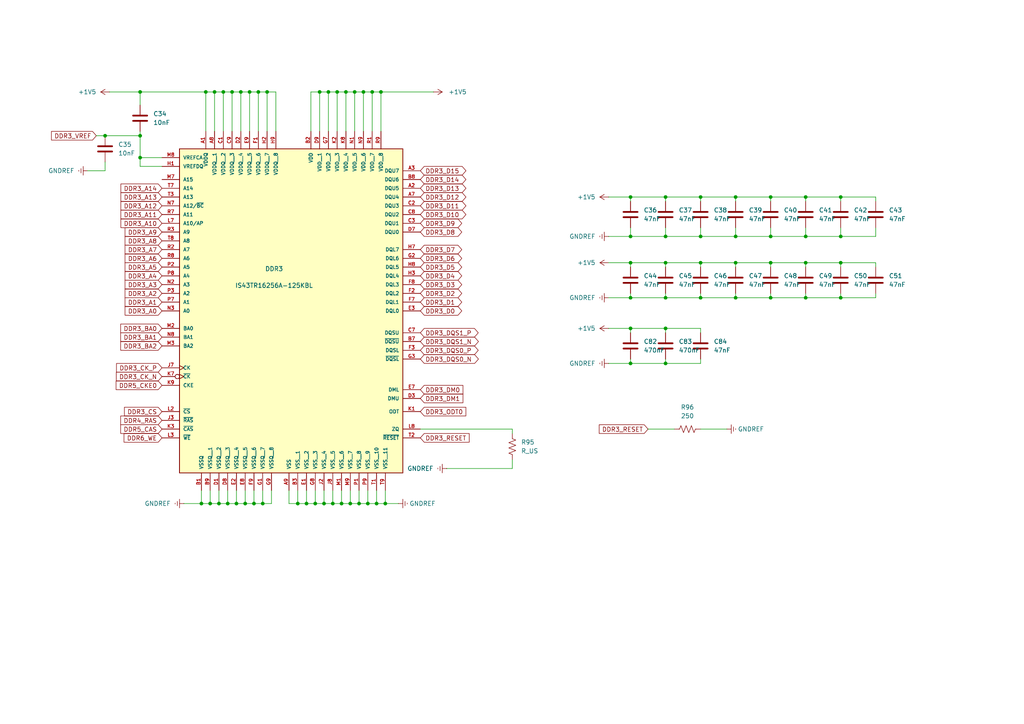
<source format=kicad_sch>
(kicad_sch (version 20231120) (generator "eeschema") (generator_version "8.0")
  (paper "A4")
  (lib_symbols
    (symbol "Device:C" (pin_numbers hide) (pin_names (offset 0.254))
      (property "Reference" "C" (at 0.635 2.54 0))
      (property "Value" "C" (at 0.635 -2.54 0))
      (symbol "C_0_1"
        (polyline (pts (xy -2.032 -0.762) (xy 2.032 -0.762)) (stroke (width 0.508)))
        (polyline (pts (xy -2.032 0.762) (xy 2.032 0.762)) (stroke (width 0.508)))
      )
      (symbol "C_1_1"
        (pin passive line (at 0 3.81 270) (length 2.794) (name "~") (number "1"))
        (pin passive line (at 0 -3.81 90) (length 2.794) (name "~") (number "2"))
      )
    )
    (symbol "Device:R_US" (pin_numbers hide) (pin_names (offset 0))
      (property "Reference" "R" (at 2.54 0 90))
      (property "Value" "R_US" (at -2.54 0 90))
      (symbol "R_US_0_1"
        (polyline (pts (xy 0 -2.286) (xy 0 -2.54)))
        (polyline (pts (xy 0 2.286) (xy 0 2.54)))
        (polyline (pts (xy 0 -0.762) (xy 1.016 -1.143) (xy 0 -1.524) (xy -1.016 -1.905) (xy 0 -2.286)))
        (polyline (pts (xy 0 0.762) (xy 1.016 0.381) (xy 0 0) (xy -1.016 -0.381) (xy 0 -0.762)))
        (polyline (pts (xy 0 2.286) (xy 1.016 1.905) (xy 0 1.524) (xy -1.016 1.143) (xy 0 0.762)))
      )
      (symbol "R_US_1_1"
        (pin passive line (at 0 3.81 270) (length 1.27) (name "~") (number "1"))
        (pin passive line (at 0 -3.81 90) (length 1.27) (name "~") (number "2"))
      )
    )
    (symbol "IS43TR16256A-125KBL:IS43TR16256A-125KBL" (pin_names (offset 1.016))
      (property "Reference" "U21" (at 0.635 45.085 0))
      (property "Value" "IS43TR16256A-125KBL" (at 0 43.18 0))
      (symbol "IS43TR16256A-125KBL_0_0"
        (rectangle (start -26.67 39.37) (end 38.1 -54.61) (stroke (width 0.254)) (fill (type background)))
        (pin power_in line (at -19.05 44.45 270) (length 5.08) (name "VDDQ") (number "A1"))
        (pin bidirectional line (at 43.18 27.94 180) (length 5.08) (name "DQU5") (number "A2"))
        (pin bidirectional line (at 43.18 33.02 180) (length 5.08) (name "DQU7") (number "A3"))
        (pin bidirectional line (at 43.18 25.4 180) (length 5.08) (name "DQU4") (number "A7"))
        (pin power_in line (at -16.51 44.45 270) (length 5.08) (name "VDDQ__1") (number "A8"))
        (pin power_in line (at 5.08 -59.69 90) (length 5.08) (name "VSS") (number "A9"))
        (pin power_in line (at -20.32 -59.69 90) (length 5.08) (name "VSSQ") (number "B1"))
        (pin power_in line (at 11.43 44.45 270) (length 5.08) (name "VDD") (number "B2"))
        (pin power_in line (at 7.62 -59.69 90) (length 5.08) (name "VSS__1") (number "B3"))
        (pin bidirectional line (at 43.18 -16.51 180) (length 5.08) (name "~{DQSU}") (number "B7"))
        (pin bidirectional line (at 43.18 30.48 180) (length 5.08) (name "DQU6") (number "B8"))
        (pin power_in line (at -17.78 -59.69 90) (length 5.08) (name "VSSQ__1") (number "B9"))
        (pin power_in line (at -13.97 44.45 270) (length 5.08) (name "VDDQ__2") (number "C1"))
        (pin bidirectional line (at 43.18 22.86 180) (length 5.08) (name "DQU3") (number "C2"))
        (pin bidirectional line (at 43.18 17.78 180) (length 5.08) (name "DQU1") (number "C3"))
        (pin bidirectional line (at 43.18 -13.97 180) (length 5.08) (name "DQSU") (number "C7"))
        (pin bidirectional line (at 43.18 20.32 180) (length 5.08) (name "DQU2") (number "C8"))
        (pin power_in line (at -11.43 44.45 270) (length 5.08) (name "VDDQ__3") (number "C9"))
        (pin power_in line (at -15.24 -59.69 90) (length 5.08) (name "VSSQ__2") (number "D1"))
        (pin power_in line (at -8.89 44.45 270) (length 5.08) (name "VDDQ__4") (number "D2"))
        (pin input line (at 43.18 -33.02 180) (length 5.08) (name "DMU") (number "D3"))
        (pin bidirectional line (at 43.18 15.24 180) (length 5.08) (name "DQU0") (number "D7"))
        (pin power_in line (at -12.7 -59.69 90) (length 5.08) (name "VSSQ__3") (number "D8"))
        (pin power_in line (at 13.97 44.45 270) (length 5.08) (name "VDD__1") (number "D9"))
        (pin power_in line (at 10.16 -59.69 90) (length 5.08) (name "VSS__2") (number "E1"))
        (pin power_in line (at -10.16 -59.69 90) (length 5.08) (name "VSSQ__4") (number "E2"))
        (pin bidirectional line (at 43.18 -7.62 180) (length 5.08) (name "DQL0") (number "E3"))
        (pin bidirectional line (at 43.18 -30.48 180) (length 5.08) (name "DML") (number "E7"))
        (pin power_in line (at -7.62 -59.69 90) (length 5.08) (name "VSSQ__5") (number "E8"))
        (pin power_in line (at -6.35 44.45 270) (length 5.08) (name "VDDQ__5") (number "E9"))
        (pin power_in line (at -3.81 44.45 270) (length 5.08) (name "VDDQ__6") (number "F1"))
        (pin bidirectional line (at 43.18 -2.54 180) (length 5.08) (name "DQL2") (number "F2"))
        (pin bidirectional line (at 43.18 -19.05 180) (length 5.08) (name "DQSL") (number "F3"))
        (pin bidirectional line (at 43.18 -5.08 180) (length 5.08) (name "DQL1") (number "F7"))
        (pin bidirectional line (at 43.18 0 180) (length 5.08) (name "DQL3") (number "F8"))
        (pin power_in line (at -5.08 -59.69 90) (length 5.08) (name "VSSQ__6") (number "F9"))
        (pin power_in line (at -2.54 -59.69 90) (length 5.08) (name "VSSQ__7") (number "G1"))
        (pin bidirectional line (at 43.18 7.62 180) (length 5.08) (name "DQL6") (number "G2"))
        (pin bidirectional line (at 43.18 -21.59 180) (length 5.08) (name "~{DQSL}") (number "G3"))
        (pin power_in line (at 16.51 44.45 270) (length 5.08) (name "VDD__2") (number "G7"))
        (pin power_in line (at 12.7 -59.69 90) (length 5.08) (name "VSS__3") (number "G8"))
        (pin power_in line (at 0 -59.69 90) (length 5.08) (name "VSSQ__8") (number "G9"))
        (pin power_in line (at -31.75 34.29 0) (length 5.08) (name "VREFDQ") (number "H1"))
        (pin power_in line (at -1.27 44.45 270) (length 5.08) (name "VDDQ__7") (number "H2"))
        (pin bidirectional line (at 43.18 2.54 180) (length 5.08) (name "DQL4") (number "H3"))
        (pin bidirectional line (at 43.18 10.16 180) (length 5.08) (name "DQL7") (number "H7"))
        (pin bidirectional line (at 43.18 5.08 180) (length 5.08) (name "DQL5") (number "H8"))
        (pin power_in line (at 1.27 44.45 270) (length 5.08) (name "VDDQ__8") (number "H9"))
        (pin power_in line (at 15.24 -59.69 90) (length 5.08) (name "VSS__4") (number "J2"))
        (pin input line (at -31.75 -39.37 0) (length 5.08) (name "~{RAS}") (number "J3"))
        (pin input clock (at -31.75 -24.13 0) (length 5.08) (name "CK") (number "J7"))
        (pin power_in line (at 17.78 -59.69 90) (length 5.08) (name "VSS__5") (number "J8"))
        (pin input line (at 43.18 -36.83 180) (length 5.08) (name "ODT") (number "K1"))
        (pin power_in line (at 19.05 44.45 270) (length 5.08) (name "VDD__3") (number "K2"))
        (pin input line (at -31.75 -41.91 0) (length 5.08) (name "~{CAS}") (number "K3"))
        (pin input inverted_clock (at -31.75 -26.67 0) (length 5.08) (name "~{CK}") (number "K7"))
        (pin power_in line (at 21.59 44.45 270) (length 5.08) (name "VDD__4") (number "K8"))
        (pin input line (at -31.75 -29.21 0) (length 5.08) (name "CKE") (number "K9"))
        (pin input line (at -31.75 -36.83 0) (length 5.08) (name "~{CS}") (number "L2"))
        (pin input line (at -31.75 -44.45 0) (length 5.08) (name "~{WE}") (number "L3"))
        (pin input line (at -31.75 17.78 0) (length 5.08) (name "A10/AP") (number "L7"))
        (pin power_in line (at 43.18 -41.91 180) (length 5.08) (name "ZQ") (number "L8"))
        (pin power_in line (at 20.32 -59.69 90) (length 5.08) (name "VSS__6") (number "M1"))
        (pin input line (at -31.75 -12.7 0) (length 5.08) (name "BA0") (number "M2"))
        (pin input line (at -31.75 -17.78 0) (length 5.08) (name "BA2") (number "M3"))
        (pin input line (at -31.75 30.48 0) (length 5.08) (name "A15") (number "M7"))
        (pin power_in line (at -31.75 36.83 0) (length 5.08) (name "VREFCA") (number "M8"))
        (pin power_in line (at 22.86 -59.69 90) (length 5.08) (name "VSS__7") (number "M9"))
        (pin power_in line (at 24.13 44.45 270) (length 5.08) (name "VDD__5") (number "N1"))
        (pin input line (at -31.75 0 0) (length 5.08) (name "A3") (number "N2"))
        (pin input line (at -31.75 -7.62 0) (length 5.08) (name "A0") (number "N3"))
        (pin input line (at -31.75 22.86 0) (length 5.08) (name "A12/~{BC}") (number "N7"))
        (pin input line (at -31.75 -15.24 0) (length 5.08) (name "BA1") (number "N8"))
        (pin power_in line (at 26.67 44.45 270) (length 5.08) (name "VDD__6") (number "N9"))
        (pin power_in line (at 25.4 -59.69 90) (length 5.08) (name "VSS__8") (number "P1"))
        (pin input line (at -31.75 5.08 0) (length 5.08) (name "A5") (number "P2"))
        (pin input line (at -31.75 -2.54 0) (length 5.08) (name "A2") (number "P3"))
        (pin input line (at -31.75 -5.08 0) (length 5.08) (name "A1") (number "P7"))
        (pin input line (at -31.75 2.54 0) (length 5.08) (name "A4") (number "P8"))
        (pin power_in line (at 27.94 -59.69 90) (length 5.08) (name "VSS__9") (number "P9"))
        (pin power_in line (at 29.21 44.45 270) (length 5.08) (name "VDD__7") (number "R1"))
        (pin input line (at -31.75 10.16 0) (length 5.08) (name "A7") (number "R2"))
        (pin input line (at -31.75 15.24 0) (length 5.08) (name "A9") (number "R3"))
        (pin input line (at -31.75 20.32 0) (length 5.08) (name "A11") (number "R7"))
        (pin input line (at -31.75 7.62 0) (length 5.08) (name "A6") (number "R8"))
        (pin power_in line (at 31.75 44.45 270) (length 5.08) (name "VDD__8") (number "R9"))
        (pin power_in line (at 30.48 -59.69 90) (length 5.08) (name "VSS__10") (number "T1"))
        (pin input line (at 43.18 -44.45 180) (length 5.08) (name "~{RESET}") (number "T2"))
        (pin input line (at -31.75 25.4 0) (length 5.08) (name "A13") (number "T3"))
        (pin input line (at -31.75 27.94 0) (length 5.08) (name "A14") (number "T7"))
        (pin input line (at -31.75 12.7 0) (length 5.08) (name "A8") (number "T8"))
        (pin power_in line (at 33.02 -59.69 90) (length 5.08) (name "VSS__11") (number "T9"))
      )
    )
    (symbol "power:+1V5" (power) (pin_numbers hide) (pin_names (offset 0) hide)
      (property "Value" "+1V5" (at 0 3.556 0))
      (symbol "+1V5_0_1"
        (polyline (pts (xy -0.762 1.27) (xy 0 2.54)))
        (polyline (pts (xy 0 0) (xy 0 2.54)))
        (polyline (pts (xy 0 2.54) (xy 0.762 1.27)))
      )
      (symbol "+1V5_1_1"
        (pin power_in line (at 0 0 90) (length 0) (name "~") (number "1"))
      )
    )
    (symbol "power:GNDREF" (power) (pin_numbers hide) (pin_names (offset 0) hide)
      (property "Value" "GNDREF" (at 0 -3.81 0))
      (symbol "GNDREF_0_1"
        (polyline (pts (xy -0.635 -1.905) (xy 0.635 -1.905)))
        (polyline (pts (xy -0.127 -2.54) (xy 0.127 -2.54)))
        (polyline (pts (xy 0 -1.27) (xy 0 0)))
        (polyline (pts (xy 1.27 -1.27) (xy -1.27 -1.27)))
      )
      (symbol "GNDREF_1_1"
        (pin power_in line (at 0 0 270) (length 0) (name "~") (number "1"))
      )
    )
  )
  (junction (at 233.68 57.15))
  (junction (at 102.87 26.67))
  (junction (at 182.88 57.15))
  (junction (at 72.39 26.67))
  (junction (at 193.04 95.25))
  (junction (at 71.12 146.05))
  (junction (at 203.2 76.2))
  (junction (at 223.52 76.2))
  (junction (at 93.98 146.05))
  (junction (at 107.95 26.67))
  (junction (at 97.79 26.67))
  (junction (at 106.68 146.05))
  (junction (at 96.52 146.05))
  (junction (at 86.36 146.05))
  (junction (at 193.04 57.15))
  (junction (at 243.84 86.36))
  (junction (at 223.52 57.15))
  (junction (at 233.68 76.2))
  (junction (at 104.14 146.05))
  (junction (at 77.47 26.67))
  (junction (at 223.52 86.36))
  (junction (at 60.96 146.05))
  (junction (at 91.44 146.05))
  (junction (at 74.93 26.67))
  (junction (at 69.85 26.67))
  (junction (at 223.52 68.58))
  (junction (at 40.64 39.37))
  (junction (at 105.41 26.67))
  (junction (at 203.2 86.36))
  (junction (at 67.31 26.67))
  (junction (at 213.36 86.36))
  (junction (at 182.88 86.36))
  (junction (at 213.36 57.15))
  (junction (at 233.68 68.58))
  (junction (at 62.23 26.67))
  (junction (at 111.76 146.05))
  (junction (at 101.6 146.05))
  (junction (at 40.64 45.72))
  (junction (at 99.06 146.05))
  (junction (at 213.36 76.2))
  (junction (at 63.5 146.05))
  (junction (at 182.88 76.2))
  (junction (at 182.88 105.41))
  (junction (at 213.36 68.58))
  (junction (at 203.2 57.15))
  (junction (at 193.04 86.36))
  (junction (at 193.04 105.41))
  (junction (at 40.64 26.67))
  (junction (at 243.84 76.2))
  (junction (at 95.25 26.67))
  (junction (at 110.49 26.67))
  (junction (at 76.2 146.05))
  (junction (at 100.33 26.67))
  (junction (at 243.84 68.58))
  (junction (at 64.77 26.67))
  (junction (at 109.22 146.05))
  (junction (at 58.42 146.05))
  (junction (at 59.69 26.67))
  (junction (at 73.66 146.05))
  (junction (at 243.84 57.15))
  (junction (at 30.48 39.37))
  (junction (at 182.88 68.58))
  (junction (at 92.71 26.67))
  (junction (at 203.2 68.58))
  (junction (at 88.9 146.05))
  (junction (at 66.04 146.05))
  (junction (at 233.68 86.36))
  (junction (at 193.04 76.2))
  (junction (at 68.58 146.05))
  (junction (at 182.88 95.25))
  (junction (at 193.04 68.58))
  (wire (pts (xy 243.84 58.42) (xy 243.84 57.15)))
  (wire (pts (xy 213.36 77.47) (xy 213.36 76.2)))
  (wire (pts (xy 66.04 146.05) (xy 68.58 146.05)))
  (wire (pts (xy 59.69 26.67) (xy 40.64 26.67)))
  (wire (pts (xy 176.53 76.2) (xy 182.88 76.2)))
  (wire (pts (xy 25.4 49.53) (xy 30.48 49.53)))
  (wire (pts (xy 105.41 26.67) (xy 107.95 26.67)))
  (wire (pts (xy 92.71 26.67) (xy 95.25 26.67)))
  (wire (pts (xy 148.59 124.46) (xy 121.92 124.46)))
  (wire (pts (xy 30.48 49.53) (xy 30.48 46.99)))
  (wire (pts (xy 69.85 38.1) (xy 69.85 26.67)))
  (wire (pts (xy 40.64 39.37) (xy 40.64 45.72)))
  (wire (pts (xy 243.84 85.09) (xy 243.84 86.36)))
  (wire (pts (xy 129.54 135.89) (xy 148.59 135.89)))
  (wire (pts (xy 193.04 85.09) (xy 193.04 86.36)))
  (wire (pts (xy 92.71 38.1) (xy 92.71 26.67)))
  (wire (pts (xy 80.01 38.1) (xy 80.01 26.67)))
  (wire (pts (xy 106.68 142.24) (xy 106.68 146.05)))
  (wire (pts (xy 193.04 66.04) (xy 193.04 68.58)))
  (wire (pts (xy 91.44 142.24) (xy 91.44 146.05)))
  (wire (pts (xy 66.04 142.24) (xy 66.04 146.05)))
  (wire (pts (xy 193.04 57.15) (xy 203.2 57.15)))
  (wire (pts (xy 203.2 85.09) (xy 203.2 86.36)))
  (wire (pts (xy 69.85 26.67) (xy 72.39 26.67)))
  (wire (pts (xy 243.84 76.2) (xy 233.68 76.2)))
  (wire (pts (xy 243.84 68.58) (xy 233.68 68.58)))
  (wire (pts (xy 102.87 26.67) (xy 105.41 26.67)))
  (wire (pts (xy 182.88 66.04) (xy 182.88 68.58)))
  (wire (pts (xy 182.88 105.41) (xy 176.53 105.41)))
  (wire (pts (xy 193.04 57.15) (xy 182.88 57.15)))
  (wire (pts (xy 86.36 146.05) (xy 88.9 146.05)))
  (wire (pts (xy 63.5 142.24) (xy 63.5 146.05)))
  (wire (pts (xy 99.06 146.05) (xy 101.6 146.05)))
  (wire (pts (xy 104.14 146.05) (xy 106.68 146.05)))
  (wire (pts (xy 193.04 86.36) (xy 182.88 86.36)))
  (wire (pts (xy 203.2 86.36) (xy 213.36 86.36)))
  (wire (pts (xy 176.53 57.15) (xy 182.88 57.15)))
  (wire (pts (xy 63.5 146.05) (xy 60.96 146.05)))
  (wire (pts (xy 254 76.2) (xy 243.84 76.2)))
  (wire (pts (xy 193.04 76.2) (xy 203.2 76.2)))
  (wire (pts (xy 74.93 26.67) (xy 72.39 26.67)))
  (wire (pts (xy 59.69 38.1) (xy 59.69 26.67)))
  (wire (pts (xy 233.68 66.04) (xy 233.68 68.58)))
  (wire (pts (xy 62.23 38.1) (xy 62.23 26.67)))
  (wire (pts (xy 67.31 38.1) (xy 67.31 26.67)))
  (wire (pts (xy 182.88 86.36) (xy 176.53 86.36)))
  (wire (pts (xy 203.2 68.58) (xy 193.04 68.58)))
  (wire (pts (xy 71.12 146.05) (xy 73.66 146.05)))
  (wire (pts (xy 182.88 96.52) (xy 182.88 95.25)))
  (wire (pts (xy 96.52 142.24) (xy 96.52 146.05)))
  (wire (pts (xy 193.04 58.42) (xy 193.04 57.15)))
  (wire (pts (xy 96.52 146.05) (xy 99.06 146.05)))
  (wire (pts (xy 100.33 26.67) (xy 102.87 26.67)))
  (wire (pts (xy 203.2 124.46) (xy 210.82 124.46)))
  (wire (pts (xy 233.68 58.42) (xy 233.68 57.15)))
  (wire (pts (xy 243.84 77.47) (xy 243.84 76.2)))
  (wire (pts (xy 203.2 68.58) (xy 213.36 68.58)))
  (wire (pts (xy 203.2 104.14) (xy 203.2 105.41)))
  (wire (pts (xy 193.04 95.25) (xy 203.2 95.25)))
  (wire (pts (xy 109.22 142.24) (xy 109.22 146.05)))
  (wire (pts (xy 193.04 95.25) (xy 182.88 95.25)))
  (wire (pts (xy 110.49 38.1) (xy 110.49 26.67)))
  (wire (pts (xy 40.64 48.26) (xy 40.64 45.72)))
  (wire (pts (xy 77.47 26.67) (xy 74.93 26.67)))
  (wire (pts (xy 102.87 38.1) (xy 102.87 26.67)))
  (wire (pts (xy 83.82 146.05) (xy 86.36 146.05)))
  (wire (pts (xy 254 66.04) (xy 254 68.58)))
  (wire (pts (xy 233.68 77.47) (xy 233.68 76.2)))
  (wire (pts (xy 182.88 76.2) (xy 193.04 76.2)))
  (wire (pts (xy 78.74 146.05) (xy 76.2 146.05)))
  (wire (pts (xy 213.36 66.04) (xy 213.36 68.58)))
  (wire (pts (xy 182.88 85.09) (xy 182.88 86.36)))
  (wire (pts (xy 203.2 57.15) (xy 213.36 57.15)))
  (wire (pts (xy 233.68 57.15) (xy 243.84 57.15)))
  (wire (pts (xy 203.2 77.47) (xy 203.2 76.2)))
  (wire (pts (xy 213.36 57.15) (xy 223.52 57.15)))
  (wire (pts (xy 213.36 68.58) (xy 223.52 68.58)))
  (wire (pts (xy 67.31 26.67) (xy 69.85 26.67)))
  (wire (pts (xy 53.34 146.05) (xy 58.42 146.05)))
  (wire (pts (xy 78.74 142.24) (xy 78.74 146.05)))
  (wire (pts (xy 74.93 38.1) (xy 74.93 26.67)))
  (wire (pts (xy 83.82 142.24) (xy 83.82 146.05)))
  (wire (pts (xy 72.39 38.1) (xy 72.39 26.67)))
  (wire (pts (xy 60.96 142.24) (xy 60.96 146.05)))
  (wire (pts (xy 109.22 146.05) (xy 111.76 146.05)))
  (wire (pts (xy 148.59 125.73) (xy 148.59 124.46)))
  (wire (pts (xy 233.68 57.15) (xy 223.52 57.15)))
  (wire (pts (xy 254 86.36) (xy 243.84 86.36)))
  (wire (pts (xy 100.33 38.1) (xy 100.33 26.67)))
  (wire (pts (xy 105.41 38.1) (xy 105.41 26.67)))
  (wire (pts (xy 106.68 146.05) (xy 109.22 146.05)))
  (wire (pts (xy 63.5 146.05) (xy 66.04 146.05)))
  (wire (pts (xy 111.76 146.05) (xy 115.57 146.05)))
  (wire (pts (xy 27.94 39.37) (xy 30.48 39.37)))
  (wire (pts (xy 254 58.42) (xy 254 57.15)))
  (wire (pts (xy 182.88 95.25) (xy 176.53 95.25)))
  (wire (pts (xy 193.04 96.52) (xy 193.04 95.25)))
  (wire (pts (xy 233.68 76.2) (xy 223.52 76.2)))
  (wire (pts (xy 40.64 26.67) (xy 40.64 30.48)))
  (wire (pts (xy 40.64 45.72) (xy 46.99 45.72)))
  (wire (pts (xy 223.52 58.42) (xy 223.52 57.15)))
  (wire (pts (xy 90.17 26.67) (xy 92.71 26.67)))
  (wire (pts (xy 86.36 142.24) (xy 86.36 146.05)))
  (wire (pts (xy 58.42 146.05) (xy 58.42 142.24)))
  (wire (pts (xy 95.25 26.67) (xy 97.79 26.67)))
  (wire (pts (xy 93.98 142.24) (xy 93.98 146.05)))
  (wire (pts (xy 223.52 66.04) (xy 223.52 68.58)))
  (wire (pts (xy 93.98 146.05) (xy 96.52 146.05)))
  (wire (pts (xy 76.2 146.05) (xy 73.66 146.05)))
  (wire (pts (xy 101.6 142.24) (xy 101.6 146.05)))
  (wire (pts (xy 90.17 38.1) (xy 90.17 26.67)))
  (wire (pts (xy 71.12 142.24) (xy 71.12 146.05)))
  (wire (pts (xy 62.23 26.67) (xy 59.69 26.67)))
  (wire (pts (xy 68.58 146.05) (xy 71.12 146.05)))
  (wire (pts (xy 223.52 76.2) (xy 213.36 76.2)))
  (wire (pts (xy 107.95 38.1) (xy 107.95 26.67)))
  (wire (pts (xy 68.58 142.24) (xy 68.58 146.05)))
  (wire (pts (xy 203.2 58.42) (xy 203.2 57.15)))
  (wire (pts (xy 213.36 86.36) (xy 223.52 86.36)))
  (wire (pts (xy 97.79 38.1) (xy 97.79 26.67)))
  (wire (pts (xy 182.88 68.58) (xy 176.53 68.58)))
  (wire (pts (xy 203.2 76.2) (xy 213.36 76.2)))
  (wire (pts (xy 107.95 26.67) (xy 110.49 26.67)))
  (wire (pts (xy 223.52 86.36) (xy 233.68 86.36)))
  (wire (pts (xy 254 85.09) (xy 254 86.36)))
  (wire (pts (xy 213.36 85.09) (xy 213.36 86.36)))
  (wire (pts (xy 104.14 142.24) (xy 104.14 146.05)))
  (wire (pts (xy 233.68 68.58) (xy 223.52 68.58)))
  (wire (pts (xy 203.2 96.52) (xy 203.2 95.25)))
  (wire (pts (xy 99.06 142.24) (xy 99.06 146.05)))
  (wire (pts (xy 254 68.58) (xy 243.84 68.58)))
  (wire (pts (xy 91.44 146.05) (xy 93.98 146.05)))
  (wire (pts (xy 111.76 142.24) (xy 111.76 146.05)))
  (wire (pts (xy 30.48 39.37) (xy 40.64 39.37)))
  (wire (pts (xy 64.77 26.67) (xy 62.23 26.67)))
  (wire (pts (xy 97.79 26.67) (xy 100.33 26.67)))
  (wire (pts (xy 60.96 146.05) (xy 58.42 146.05)))
  (wire (pts (xy 64.77 38.1) (xy 64.77 26.67)))
  (wire (pts (xy 77.47 38.1) (xy 77.47 26.67)))
  (wire (pts (xy 40.64 38.1) (xy 40.64 39.37)))
  (wire (pts (xy 233.68 85.09) (xy 233.68 86.36)))
  (wire (pts (xy 193.04 77.47) (xy 193.04 76.2)))
  (wire (pts (xy 193.04 86.36) (xy 203.2 86.36)))
  (wire (pts (xy 203.2 66.04) (xy 203.2 68.58)))
  (wire (pts (xy 187.96 124.46) (xy 195.58 124.46)))
  (wire (pts (xy 101.6 146.05) (xy 104.14 146.05)))
  (wire (pts (xy 243.84 86.36) (xy 233.68 86.36)))
  (wire (pts (xy 223.52 85.09) (xy 223.52 86.36)))
  (wire (pts (xy 182.88 57.15) (xy 182.88 58.42)))
  (wire (pts (xy 203.2 105.41) (xy 193.04 105.41)))
  (wire (pts (xy 243.84 57.15) (xy 254 57.15)))
  (wire (pts (xy 254 77.47) (xy 254 76.2)))
  (wire (pts (xy 95.25 38.1) (xy 95.25 26.67)))
  (wire (pts (xy 223.52 77.47) (xy 223.52 76.2)))
  (wire (pts (xy 193.04 104.14) (xy 193.04 105.41)))
  (wire (pts (xy 46.99 48.26) (xy 40.64 48.26)))
  (wire (pts (xy 110.49 26.67) (xy 125.73 26.67)))
  (wire (pts (xy 243.84 66.04) (xy 243.84 68.58)))
  (wire (pts (xy 73.66 142.24) (xy 73.66 146.05)))
  (wire (pts (xy 193.04 68.58) (xy 182.88 68.58)))
  (wire (pts (xy 80.01 26.67) (xy 77.47 26.67)))
  (wire (pts (xy 88.9 142.24) (xy 88.9 146.05)))
  (wire (pts (xy 182.88 104.14) (xy 182.88 105.41)))
  (wire (pts (xy 182.88 105.41) (xy 193.04 105.41)))
  (wire (pts (xy 76.2 142.24) (xy 76.2 146.05)))
  (wire (pts (xy 67.31 26.67) (xy 64.77 26.67)))
  (wire (pts (xy 182.88 77.47) (xy 182.88 76.2)))
  (wire (pts (xy 88.9 146.05) (xy 91.44 146.05)))
  (wire (pts (xy 213.36 58.42) (xy 213.36 57.15)))
  (wire (pts (xy 148.59 135.89) (xy 148.59 133.35)))
  (wire (pts (xy 40.64 26.67) (xy 31.75 26.67)))
  (global_label "DDR3_D12" (shape bidirectional) (at 121.92 57.15 0) (property "Intersheetrefs" "${INTERSHEET_REFS}" (effects (hide yes))))
  (global_label "DDR3_BA2" (shape input) (at 46.99 100.33 180) (property "Intersheetrefs" "${INTERSHEET_REFS}" (effects (hide yes))))
  (global_label "DDR3_A4" (shape input) (at 46.99 80.01 180) (property "Intersheetrefs" "${INTERSHEET_REFS}" (effects (hide yes))))
  (global_label "DDR3_D10" (shape bidirectional) (at 121.92 62.23 0) (property "Intersheetrefs" "${INTERSHEET_REFS}" (effects (hide yes))))
  (global_label "DDR3_BA1" (shape input) (at 46.99 97.79 180) (property "Intersheetrefs" "${INTERSHEET_REFS}" (effects (hide yes))))
  (global_label "DDR3_CS" (shape input) (at 46.99 119.38 180) (property "Intersheetrefs" "${INTERSHEET_REFS}" (effects (hide yes))))
  (global_label "DDR3_D1" (shape bidirectional) (at 121.92 87.63 0) (property "Intersheetrefs" "${INTERSHEET_REFS}" (effects (hide yes))))
  (global_label "DDR3_RESET" (shape input) (at 121.92 127 0) (property "Intersheetrefs" "${INTERSHEET_REFS}" (effects (hide yes))))
  (global_label "DDR3_A2" (shape input) (at 46.99 85.09 180) (property "Intersheetrefs" "${INTERSHEET_REFS}" (effects (hide yes))))
  (global_label "DDR3_DM0" (shape input) (at 121.92 113.03 0) (property "Intersheetrefs" "${INTERSHEET_REFS}" (effects (hide yes))))
  (global_label "DDR3_D2" (shape bidirectional) (at 121.92 85.09 0) (property "Intersheetrefs" "${INTERSHEET_REFS}" (effects (hide yes))))
  (global_label "DDR6_WE" (shape input) (at 46.99 127 180) (property "Intersheetrefs" "${INTERSHEET_REFS}" (effects (hide yes))))
  (global_label "DDR3_A6" (shape input) (at 46.99 74.93 180) (property "Intersheetrefs" "${INTERSHEET_REFS}" (effects (hide yes))))
  (global_label "DDR3_DQS1_P" (shape bidirectional) (at 121.92 96.52 0) (property "Intersheetrefs" "${INTERSHEET_REFS}" (effects (hide yes))))
  (global_label "DDR3_A13" (shape input) (at 46.99 57.15 180) (property "Intersheetrefs" "${INTERSHEET_REFS}" (effects (hide yes))))
  (global_label "DDR3_A8" (shape input) (at 46.99 69.85 180) (property "Intersheetrefs" "${INTERSHEET_REFS}" (effects (hide yes))))
  (global_label "DDR3_A11" (shape input) (at 46.99 62.23 180) (property "Intersheetrefs" "${INTERSHEET_REFS}" (effects (hide yes))))
  (global_label "DDR3_A5" (shape input) (at 46.99 77.47 180) (property "Intersheetrefs" "${INTERSHEET_REFS}" (effects (hide yes))))
  (global_label "DDR3_A7" (shape input) (at 46.99 72.39 180) (property "Intersheetrefs" "${INTERSHEET_REFS}" (effects (hide yes))))
  (global_label "DDR3_A14" (shape input) (at 46.99 54.61 180) (property "Intersheetrefs" "${INTERSHEET_REFS}" (effects (hide yes))))
  (global_label "DDR3_DQS0_N" (shape bidirectional) (at 121.92 104.14 0) (property "Intersheetrefs" "${INTERSHEET_REFS}" (effects (hide yes))))
  (global_label "DDR3_D9" (shape bidirectional) (at 121.92 64.77 0) (property "Intersheetrefs" "${INTERSHEET_REFS}" (effects (hide yes))))
  (global_label "DDR3_D14" (shape bidirectional) (at 121.92 52.07 0) (property "Intersheetrefs" "${INTERSHEET_REFS}" (effects (hide yes))))
  (global_label "DDR3_D0" (shape bidirectional) (at 121.92 90.17 0) (property "Intersheetrefs" "${INTERSHEET_REFS}" (effects (hide yes))))
  (global_label "DDR3_D13" (shape bidirectional) (at 121.92 54.61 0) (property "Intersheetrefs" "${INTERSHEET_REFS}" (effects (hide yes))))
  (global_label "DDR3_DQS0_P" (shape bidirectional) (at 121.92 101.6 0) (property "Intersheetrefs" "${INTERSHEET_REFS}" (effects (hide yes))))
  (global_label "DDR3_DQS1_N" (shape bidirectional) (at 121.92 99.06 0) (property "Intersheetrefs" "${INTERSHEET_REFS}" (effects (hide yes))))
  (global_label "DDR3_A12" (shape input) (at 46.99 59.69 180) (property "Intersheetrefs" "${INTERSHEET_REFS}" (effects (hide yes))))
  (global_label "DDR3_D6" (shape bidirectional) (at 121.92 74.93 0) (property "Intersheetrefs" "${INTERSHEET_REFS}" (effects (hide yes))))
  (global_label "DDR3_A3" (shape input) (at 46.99 82.55 180) (property "Intersheetrefs" "${INTERSHEET_REFS}" (effects (hide yes))))
  (global_label "DDR3_D4" (shape bidirectional) (at 121.92 80.01 0) (property "Intersheetrefs" "${INTERSHEET_REFS}" (effects (hide yes))))
  (global_label "DDR3_D3" (shape bidirectional) (at 121.92 82.55 0) (property "Intersheetrefs" "${INTERSHEET_REFS}" (effects (hide yes))))
  (global_label "DDR3_D5" (shape bidirectional) (at 121.92 77.47 0) (property "Intersheetrefs" "${INTERSHEET_REFS}" (effects (hide yes))))
  (global_label "DDR5_CKE0" (shape input) (at 46.99 111.76 180) (property "Intersheetrefs" "${INTERSHEET_REFS}" (effects (hide yes))))
  (global_label "DDR3_CK_N" (shape input) (at 46.99 109.22 180) (property "Intersheetrefs" "${INTERSHEET_REFS}" (effects (hide yes))))
  (global_label "DDR3_DM1" (shape input) (at 121.92 115.57 0) (property "Intersheetrefs" "${INTERSHEET_REFS}" (effects (hide yes))))
  (global_label "DDR4_RAS" (shape input) (at 46.99 121.92 180) (property "Intersheetrefs" "${INTERSHEET_REFS}" (effects (hide yes))))
  (global_label "DDR3_CK_P" (shape input) (at 46.99 106.68 180) (property "Intersheetrefs" "${INTERSHEET_REFS}" (effects (hide yes))))
  (global_label "DDR3_A0" (shape input) (at 46.99 90.17 180) (property "Intersheetrefs" "${INTERSHEET_REFS}" (effects (hide yes))))
  (global_label "DDR3_A1" (shape input) (at 46.99 87.63 180) (property "Intersheetrefs" "${INTERSHEET_REFS}" (effects (hide yes))))
  (global_label "DDR3_A10" (shape input) (at 46.99 64.77 180) (property "Intersheetrefs" "${INTERSHEET_REFS}" (effects (hide yes))))
  (global_label "DDR3_A9" (shape input) (at 46.99 67.31 180) (property "Intersheetrefs" "${INTERSHEET_REFS}" (effects (hide yes))))
  (global_label "DDR3_D7" (shape bidirectional) (at 121.92 72.39 0) (property "Intersheetrefs" "${INTERSHEET_REFS}" (effects (hide yes))))
  (global_label "DDR3_D15" (shape bidirectional) (at 121.92 49.53 0) (property "Intersheetrefs" "${INTERSHEET_REFS}" (effects (hide yes))))
  (global_label "DDR5_CAS" (shape input) (at 46.99 124.46 180) (property "Intersheetrefs" "${INTERSHEET_REFS}" (effects (hide yes))))
  (global_label "DDR3_D11" (shape bidirectional) (at 121.92 59.69 0) (property "Intersheetrefs" "${INTERSHEET_REFS}" (effects (hide yes))))
  (global_label "DDR3_BA0" (shape input) (at 46.99 95.25 180) (property "Intersheetrefs" "${INTERSHEET_REFS}" (effects (hide yes))))
  (global_label "DDR3_RESET" (shape input) (at 187.96 124.46 180) (property "Intersheetrefs" "${INTERSHEET_REFS}" (effects (hide yes))))
  (global_label "DDR3_D8" (shape bidirectional) (at 121.92 67.31 0) (property "Intersheetrefs" "${INTERSHEET_REFS}" (effects (hide yes))))
  (global_label "DDR3_VREF" (shape input) (at 27.94 39.37 180) (property "Intersheetrefs" "${INTERSHEET_REFS}" (effects (hide yes))))
  (global_label "DDR3_ODT0" (shape input) (at 121.92 119.38 0) (property "Intersheetrefs" "${INTERSHEET_REFS}" (effects (hide yes))))
  (symbol (lib_id "power:+1V5") (at 176.53 95.25 90) (unit 1)
    (property "Reference" "#PWR049" (effects (hide yes)))
    (property "Value" "+1V5" (at 172.72 95.2499 90) (effects (justify left)))
    (property "Description" "Power symbol creates a global label with name \"+1V5\"" (effects (hide yes)))
  )
  (symbol (lib_id "Device:C") (at 203.2 62.23 0) (unit 1)
    (property "Reference" "C38" (at 207.01 60.9599 0) (effects (justify left)))
    (property "Value" "47nF" (at 207.01 63.4999 0) (effects (justify left)))
    (property "Description" "Unpolarized capacitor" (effects (hide yes)))
  )
  (symbol (lib_id "Device:C") (at 233.68 81.28 0) (unit 1)
    (property "Reference" "C49" (at 237.49 80.0099 0) (effects (justify left)))
    (property "Value" "47nF" (at 237.49 82.5499 0) (effects (justify left)))
    (property "Description" "Unpolarized capacitor" (effects (hide yes)))
  )
  (symbol (lib_id "power:GNDREF") (at 176.53 105.41 270) (unit 1)
    (property "Reference" "#PWR052" (effects (hide yes)))
    (property "Value" "GNDREF" (at 172.72 105.4099 90) (effects (justify right)))
    (property "Description" "Power symbol creates a global label with name \"GNDREF\" , reference supply ground" (effects (hide yes)))
  )
  (symbol (lib_id "Device:C") (at 40.64 34.29 0) (unit 1)
    (property "Reference" "C34" (at 44.45 33.0199 0) (effects (justify left)))
    (property "Value" "10nF" (at 44.45 35.5599 0) (effects (justify left)))
    (property "Description" "Unpolarized capacitor" (effects (hide yes)))
  )
  (symbol (lib_id "Device:C") (at 182.88 62.23 0) (unit 1)
    (property "Reference" "C36" (at 186.69 60.9599 0) (effects (justify left)))
    (property "Value" "47nF" (at 186.69 63.4999 0) (effects (justify left)))
    (property "Description" "Unpolarized capacitor" (effects (hide yes)))
  )
  (symbol (lib_id "Device:C") (at 243.84 81.28 0) (unit 1)
    (property "Reference" "C50" (at 247.65 80.0099 0) (effects (justify left)))
    (property "Value" "47nF" (at 247.65 82.5499 0) (effects (justify left)))
    (property "Description" "Unpolarized capacitor" (effects (hide yes)))
  )
  (symbol (lib_id "power:GNDREF") (at 176.53 86.36 270) (unit 1)
    (property "Reference" "#PWR051" (effects (hide yes)))
    (property "Value" "GNDREF" (at 172.72 86.3599 90) (effects (justify right)))
    (property "Description" "Power symbol creates a global label with name \"GNDREF\" , reference supply ground" (effects (hide yes)))
  )
  (symbol (lib_id "Device:C") (at 182.88 100.33 0) (unit 1)
    (property "Reference" "C82" (at 186.69 99.0599 0) (effects (justify left)))
    (property "Value" "470nF" (at 186.69 101.5999 0) (effects (justify left)))
    (property "Description" "Unpolarized capacitor" (effects (hide yes)))
  )
  (symbol (lib_id "Device:C") (at 254 81.28 0) (unit 1)
    (property "Reference" "C51" (at 257.81 80.0099 0) (effects (justify left)))
    (property "Value" "47nF" (at 257.81 82.5499 0) (effects (justify left)))
    (property "Description" "Unpolarized capacitor" (effects (hide yes)))
  )
  (symbol (lib_id "power:+1V5") (at 176.53 57.15 90) (unit 1)
    (property "Reference" "#PWR047" (effects (hide yes)))
    (property "Value" "+1V5" (at 172.72 57.1499 90) (effects (justify left)))
    (property "Description" "Power symbol creates a global label with name \"+1V5\"" (effects (hide yes)))
  )
  (symbol (lib_id "Device:C") (at 213.36 81.28 0) (unit 1)
    (property "Reference" "C47" (at 217.17 80.0099 0) (effects (justify left)))
    (property "Value" "47nF" (at 217.17 82.5499 0) (effects (justify left)))
    (property "Description" "Unpolarized capacitor" (effects (hide yes)))
  )
  (symbol (lib_id "Device:C") (at 213.36 62.23 0) (unit 1)
    (property "Reference" "C39" (at 217.17 60.9599 0) (effects (justify left)))
    (property "Value" "47nF" (at 217.17 63.4999 0) (effects (justify left)))
    (property "Description" "Unpolarized capacitor" (effects (hide yes)))
  )
  (symbol (lib_id "Device:C") (at 193.04 62.23 0) (unit 1)
    (property "Reference" "C37" (at 196.85 60.9599 0) (effects (justify left)))
    (property "Value" "47nF" (at 196.85 63.4999 0) (effects (justify left)))
    (property "Description" "Unpolarized capacitor" (effects (hide yes)))
  )
  (symbol (lib_id "Device:C") (at 182.88 81.28 0) (unit 1)
    (property "Reference" "C44" (at 186.69 80.0099 0) (effects (justify left)))
    (property "Value" "47nF" (at 186.69 82.5499 0) (effects (justify left)))
    (property "Description" "Unpolarized capacitor" (effects (hide yes)))
  )
  (symbol (lib_id "Device:C") (at 30.48 43.18 0) (unit 1)
    (property "Reference" "C35" (at 34.29 41.9099 0) (effects (justify left)))
    (property "Value" "10nF" (at 34.29 44.4499 0) (effects (justify left)))
    (property "Description" "Unpolarized capacitor" (effects (hide yes)))
  )
  (symbol (lib_id "Device:R_US") (at 148.59 129.54 0) (unit 1)
    (property "Reference" "R95" (at 151.13 128.2699 0) (effects (justify left)))
    (property "Value" "R_US" (at 151.13 130.8099 0) (effects (justify left)))
    (property "Description" "Resistor, US symbol" (effects (hide yes)))
  )
  (symbol (lib_id "Device:C") (at 223.52 81.28 0) (unit 1)
    (property "Reference" "C48" (at 227.33 80.0099 0) (effects (justify left)))
    (property "Value" "47nF" (at 227.33 82.5499 0) (effects (justify left)))
    (property "Description" "Unpolarized capacitor" (effects (hide yes)))
  )
  (symbol (lib_id "power:GNDREF") (at 53.34 146.05 270) (unit 1)
    (property "Reference" "#PWR043" (effects (hide yes)))
    (property "Value" "GNDREF" (at 49.53 146.0499 90) (effects (justify right)))
    (property "Description" "Power symbol creates a global label with name \"GNDREF\" , reference supply ground" (effects (hide yes)))
  )
  (symbol (lib_id "power:GNDREF") (at 210.82 124.46 90) (unit 1)
    (property "Reference" "#PWR053" (effects (hide yes)))
    (property "Value" "GNDREF" (at 214.0048 124.4599 90) (effects (justify right)))
    (property "Description" "Power symbol creates a global label with name \"GNDREF\" , reference supply ground" (effects (hide yes)))
  )
  (symbol (lib_id "Device:C") (at 193.04 81.28 0) (unit 1)
    (property "Reference" "C45" (at 196.85 80.0099 0) (effects (justify left)))
    (property "Value" "47nF" (at 196.85 82.5499 0) (effects (justify left)))
    (property "Description" "Unpolarized capacitor" (effects (hide yes)))
  )
  (symbol (lib_id "IS43TR16256A-125KBL:IS43TR16256A-125KBL") (at 78.74 82.55 0) (unit 1)
    (property "Reference" "DDR3" (at 79.502 77.978 0))
    (property "Value" "IS43TR16256A-125KBL" (at 79.502 82.804 0))
    (property "Footprint" "IS43TR16256A_125KBL:BGA96C80P9X16_900X1300X120" (effects (hide yes)))
    (property "MANUFACTURER" "ISSI" (effects (hide yes)))
  )
  (symbol (lib_id "Device:C") (at 254 62.23 0) (unit 1)
    (property "Reference" "C43" (at 257.81 60.9599 0) (effects (justify left)))
    (property "Value" "47nF" (at 257.81 63.4999 0) (effects (justify left)))
    (property "Description" "Unpolarized capacitor" (effects (hide yes)))
  )
  (symbol (lib_id "Device:R_US") (at 199.39 124.46 90) (unit 1)
    (property "Reference" "R96" (at 199.39 118.11 90))
    (property "Value" "250" (at 199.39 120.65 90))
    (property "Description" "Resistor, US symbol" (effects (hide yes)))
  )
  (symbol (lib_id "Device:C") (at 193.04 100.33 0) (unit 1)
    (property "Reference" "C83" (at 196.85 99.0599 0) (effects (justify left)))
    (property "Value" "470nF" (at 196.85 101.5999 0) (effects (justify left)))
    (property "Description" "Unpolarized capacitor" (effects (hide yes)))
  )
  (symbol (lib_id "Device:C") (at 223.52 62.23 0) (unit 1)
    (property "Reference" "C40" (at 227.33 60.9599 0) (effects (justify left)))
    (property "Value" "47nF" (at 227.33 63.4999 0) (effects (justify left)))
    (property "Description" "Unpolarized capacitor" (effects (hide yes)))
  )
  (symbol (lib_id "power:+1V5") (at 31.75 26.67 90) (unit 1)
    (property "Reference" "#PWR045" (effects (hide yes)))
    (property "Value" "+1V5" (at 27.94 26.6699 90) (effects (justify left)))
    (property "Description" "Power symbol creates a global label with name \"+1V5\"" (effects (hide yes)))
  )
  (symbol (lib_id "power:+1V5") (at 125.73 26.67 270) (unit 1)
    (property "Reference" "#PWR?" (effects (hide yes)))
    (property "Value" "+1V5" (at 130.0638 26.6699 90) (effects (justify left)))
    (property "Description" "Power symbol creates a global label with name \"+1V5\"" (effects (hide yes)))
  )
  (symbol (lib_id "Device:C") (at 243.84 62.23 0) (unit 1)
    (property "Reference" "C42" (at 247.65 60.9599 0) (effects (justify left)))
    (property "Value" "47nF" (at 247.65 63.4999 0) (effects (justify left)))
    (property "Description" "Unpolarized capacitor" (effects (hide yes)))
  )
  (symbol (lib_id "Device:C") (at 233.68 62.23 0) (unit 1)
    (property "Reference" "C41" (at 237.49 60.9599 0) (effects (justify left)))
    (property "Value" "47nF" (at 237.49 63.4999 0) (effects (justify left)))
    (property "Description" "Unpolarized capacitor" (effects (hide yes)))
  )
  (symbol (lib_id "power:GNDREF") (at 176.53 68.58 270) (unit 1)
    (property "Reference" "#PWR050" (effects (hide yes)))
    (property "Value" "GNDREF" (at 172.72 68.5799 90) (effects (justify right)))
    (property "Description" "Power symbol creates a global label with name \"GNDREF\" , reference supply ground" (effects (hide yes)))
  )
  (symbol (lib_id "power:GNDREF") (at 129.54 135.89 270) (unit 1)
    (property "Reference" "#PWR044" (effects (hide yes)))
    (property "Value" "GNDREF" (at 125.73 135.8899 90) (effects (justify right)))
    (property "Description" "Power symbol creates a global label with name \"GNDREF\" , reference supply ground" (effects (hide yes)))
  )
  (symbol (lib_id "Device:C") (at 203.2 100.33 0) (unit 1)
    (property "Reference" "C84" (at 207.01 99.0599 0) (effects (justify left)))
    (property "Value" "47nF" (at 207.01 101.5999 0) (effects (justify left)))
    (property "Description" "Unpolarized capacitor" (effects (hide yes)))
  )
  (symbol (lib_id "power:GNDREF") (at 115.57 146.05 90) (unit 1)
    (property "Reference" "#PWR?" (effects (hide yes)))
    (property "Value" "GNDREF" (at 118.7548 146.0499 90) (effects (justify right)))
    (property "Description" "Power symbol creates a global label with name \"GNDREF\" , reference supply ground" (effects (hide yes)))
  )
  (symbol (lib_id "power:GNDREF") (at 25.4 49.53 270) (unit 1)
    (property "Reference" "#PWR046" (effects (hide yes)))
    (property "Value" "GNDREF" (at 21.59 49.5299 90) (effects (justify right)))
    (property "Description" "Power symbol creates a global label with name \"GNDREF\" , reference supply ground" (effects (hide yes)))
  )
  (symbol (lib_id "power:+1V5") (at 176.53 76.2 90) (unit 1)
    (property "Reference" "#PWR048" (effects (hide yes)))
    (property "Value" "+1V5" (at 172.72 76.1999 90) (effects (justify left)))
    (property "Description" "Power symbol creates a global label with name \"+1V5\"" (effects (hide yes)))
  )
  (symbol (lib_id "Device:C") (at 203.2 81.28 0) (unit 1)
    (property "Reference" "C46" (at 207.01 80.0099 0) (effects (justify left)))
    (property "Value" "47nF" (at 207.01 82.5499 0) (effects (justify left)))
    (property "Description" "Unpolarized capacitor" (effects (hide yes)))
  )
)
</source>
